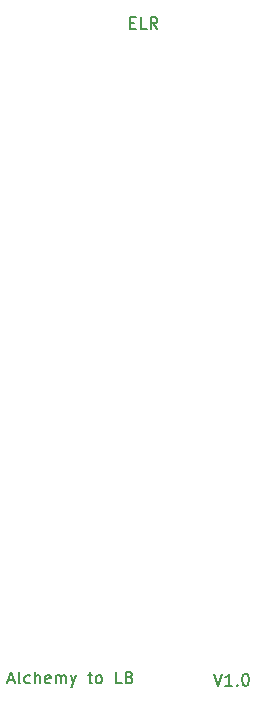
<source format=gto>
%TF.GenerationSoftware,KiCad,Pcbnew,(6.0.5)*%
%TF.CreationDate,2024-01-21T10:02:02+01:00*%
%TF.ProjectId,Alchemy_to_Landungsbruecke,416c6368-656d-4795-9f74-6f5f4c616e64,rev?*%
%TF.SameCoordinates,Original*%
%TF.FileFunction,Legend,Top*%
%TF.FilePolarity,Positive*%
%FSLAX46Y46*%
G04 Gerber Fmt 4.6, Leading zero omitted, Abs format (unit mm)*
G04 Created by KiCad (PCBNEW (6.0.5)) date 2024-01-21 10:02:02*
%MOMM*%
%LPD*%
G01*
G04 APERTURE LIST*
%ADD10C,0.150000*%
%ADD11R,1.700000X1.700000*%
%ADD12O,1.700000X1.700000*%
G04 APERTURE END LIST*
D10*
X150680952Y-72528571D02*
X151014285Y-72528571D01*
X151157142Y-73052380D02*
X150680952Y-73052380D01*
X150680952Y-72052380D01*
X151157142Y-72052380D01*
X152061904Y-73052380D02*
X151585714Y-73052380D01*
X151585714Y-72052380D01*
X152966666Y-73052380D02*
X152633333Y-72576190D01*
X152395238Y-73052380D02*
X152395238Y-72052380D01*
X152776190Y-72052380D01*
X152871428Y-72100000D01*
X152919047Y-72147619D01*
X152966666Y-72242857D01*
X152966666Y-72385714D01*
X152919047Y-72480952D01*
X152871428Y-72528571D01*
X152776190Y-72576190D01*
X152395238Y-72576190D01*
X157776190Y-127652380D02*
X158109523Y-128652380D01*
X158442857Y-127652380D01*
X159300000Y-128652380D02*
X158728571Y-128652380D01*
X159014285Y-128652380D02*
X159014285Y-127652380D01*
X158919047Y-127795238D01*
X158823809Y-127890476D01*
X158728571Y-127938095D01*
X159728571Y-128557142D02*
X159776190Y-128604761D01*
X159728571Y-128652380D01*
X159680952Y-128604761D01*
X159728571Y-128557142D01*
X159728571Y-128652380D01*
X160395238Y-127652380D02*
X160490476Y-127652380D01*
X160585714Y-127700000D01*
X160633333Y-127747619D01*
X160680952Y-127842857D01*
X160728571Y-128033333D01*
X160728571Y-128271428D01*
X160680952Y-128461904D01*
X160633333Y-128557142D01*
X160585714Y-128604761D01*
X160490476Y-128652380D01*
X160395238Y-128652380D01*
X160300000Y-128604761D01*
X160252380Y-128557142D01*
X160204761Y-128461904D01*
X160157142Y-128271428D01*
X160157142Y-128033333D01*
X160204761Y-127842857D01*
X160252380Y-127747619D01*
X160300000Y-127700000D01*
X160395238Y-127652380D01*
X140338095Y-128166666D02*
X140814285Y-128166666D01*
X140242857Y-128452380D02*
X140576190Y-127452380D01*
X140909523Y-128452380D01*
X141385714Y-128452380D02*
X141290476Y-128404761D01*
X141242857Y-128309523D01*
X141242857Y-127452380D01*
X142195238Y-128404761D02*
X142100000Y-128452380D01*
X141909523Y-128452380D01*
X141814285Y-128404761D01*
X141766666Y-128357142D01*
X141719047Y-128261904D01*
X141719047Y-127976190D01*
X141766666Y-127880952D01*
X141814285Y-127833333D01*
X141909523Y-127785714D01*
X142100000Y-127785714D01*
X142195238Y-127833333D01*
X142623809Y-128452380D02*
X142623809Y-127452380D01*
X143052380Y-128452380D02*
X143052380Y-127928571D01*
X143004761Y-127833333D01*
X142909523Y-127785714D01*
X142766666Y-127785714D01*
X142671428Y-127833333D01*
X142623809Y-127880952D01*
X143909523Y-128404761D02*
X143814285Y-128452380D01*
X143623809Y-128452380D01*
X143528571Y-128404761D01*
X143480952Y-128309523D01*
X143480952Y-127928571D01*
X143528571Y-127833333D01*
X143623809Y-127785714D01*
X143814285Y-127785714D01*
X143909523Y-127833333D01*
X143957142Y-127928571D01*
X143957142Y-128023809D01*
X143480952Y-128119047D01*
X144385714Y-128452380D02*
X144385714Y-127785714D01*
X144385714Y-127880952D02*
X144433333Y-127833333D01*
X144528571Y-127785714D01*
X144671428Y-127785714D01*
X144766666Y-127833333D01*
X144814285Y-127928571D01*
X144814285Y-128452380D01*
X144814285Y-127928571D02*
X144861904Y-127833333D01*
X144957142Y-127785714D01*
X145100000Y-127785714D01*
X145195238Y-127833333D01*
X145242857Y-127928571D01*
X145242857Y-128452380D01*
X145623809Y-127785714D02*
X145861904Y-128452380D01*
X146100000Y-127785714D02*
X145861904Y-128452380D01*
X145766666Y-128690476D01*
X145719047Y-128738095D01*
X145623809Y-128785714D01*
X147100000Y-127785714D02*
X147480952Y-127785714D01*
X147242857Y-127452380D02*
X147242857Y-128309523D01*
X147290476Y-128404761D01*
X147385714Y-128452380D01*
X147480952Y-128452380D01*
X147957142Y-128452380D02*
X147861904Y-128404761D01*
X147814285Y-128357142D01*
X147766666Y-128261904D01*
X147766666Y-127976190D01*
X147814285Y-127880952D01*
X147861904Y-127833333D01*
X147957142Y-127785714D01*
X148100000Y-127785714D01*
X148195238Y-127833333D01*
X148242857Y-127880952D01*
X148290476Y-127976190D01*
X148290476Y-128261904D01*
X148242857Y-128357142D01*
X148195238Y-128404761D01*
X148100000Y-128452380D01*
X147957142Y-128452380D01*
X149957142Y-128452380D02*
X149480952Y-128452380D01*
X149480952Y-127452380D01*
X150623809Y-127928571D02*
X150766666Y-127976190D01*
X150814285Y-128023809D01*
X150861904Y-128119047D01*
X150861904Y-128261904D01*
X150814285Y-128357142D01*
X150766666Y-128404761D01*
X150671428Y-128452380D01*
X150290476Y-128452380D01*
X150290476Y-127452380D01*
X150623809Y-127452380D01*
X150719047Y-127500000D01*
X150766666Y-127547619D01*
X150814285Y-127642857D01*
X150814285Y-127738095D01*
X150766666Y-127833333D01*
X150719047Y-127880952D01*
X150623809Y-127928571D01*
X150290476Y-127928571D01*
%LPC*%
D11*
%TO.C,J2*%
X163725000Y-126175000D03*
D12*
X166265000Y-126175000D03*
X163725000Y-123635000D03*
X166265000Y-123635000D03*
X163725000Y-121095000D03*
X166265000Y-121095000D03*
X163725000Y-118555000D03*
X166265000Y-118555000D03*
X163725000Y-116015000D03*
X166265000Y-116015000D03*
X163725000Y-113475000D03*
X166265000Y-113475000D03*
X163725000Y-110935000D03*
X166265000Y-110935000D03*
X163725000Y-108395000D03*
X166265000Y-108395000D03*
X163725000Y-105855000D03*
X166265000Y-105855000D03*
X163725000Y-103315000D03*
X166265000Y-103315000D03*
X163725000Y-100775000D03*
X166265000Y-100775000D03*
X163725000Y-98235000D03*
X166265000Y-98235000D03*
X163725000Y-95695000D03*
X166265000Y-95695000D03*
X163725000Y-93155000D03*
X166265000Y-93155000D03*
X163725000Y-90615000D03*
X166265000Y-90615000D03*
X163725000Y-88075000D03*
X166265000Y-88075000D03*
X163725000Y-85535000D03*
X166265000Y-85535000D03*
X163725000Y-82995000D03*
X166265000Y-82995000D03*
X163725000Y-80455000D03*
X166265000Y-80455000D03*
X163725000Y-77915000D03*
X166265000Y-77915000D03*
X163725000Y-75375000D03*
X166265000Y-75375000D03*
X163725000Y-72835000D03*
X166265000Y-72835000D03*
%TD*%
D11*
%TO.C,J1*%
X135730000Y-75370000D03*
D12*
X138270000Y-75370000D03*
X135730000Y-77910000D03*
X138270000Y-77910000D03*
X135730000Y-80450000D03*
X138270000Y-80450000D03*
X135730000Y-82990000D03*
X138270000Y-82990000D03*
X135730000Y-85530000D03*
X138270000Y-85530000D03*
X135730000Y-88070000D03*
X138270000Y-88070000D03*
X135730000Y-90610000D03*
X138270000Y-90610000D03*
X135730000Y-93150000D03*
X138270000Y-93150000D03*
X135730000Y-95690000D03*
X138270000Y-95690000D03*
X135730000Y-98230000D03*
X138270000Y-98230000D03*
X135730000Y-100770000D03*
X138270000Y-100770000D03*
X135730000Y-103310000D03*
X138270000Y-103310000D03*
X135730000Y-105850000D03*
X138270000Y-105850000D03*
X135730000Y-108390000D03*
X138270000Y-108390000D03*
X135730000Y-110930000D03*
X138270000Y-110930000D03*
X135730000Y-113470000D03*
X138270000Y-113470000D03*
X135730000Y-116010000D03*
X138270000Y-116010000D03*
X135730000Y-118550000D03*
X138270000Y-118550000D03*
X135730000Y-121090000D03*
X138270000Y-121090000D03*
X135730000Y-123630000D03*
X138270000Y-123630000D03*
%TD*%
M02*

</source>
